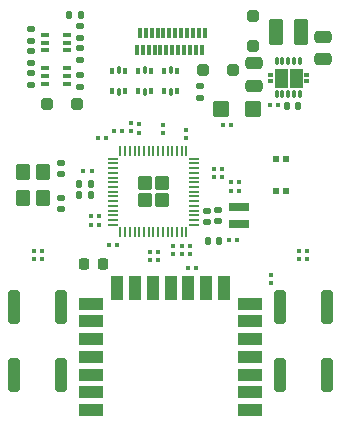
<source format=gbr>
%TF.GenerationSoftware,KiCad,Pcbnew,9.0.6-rc2*%
%TF.CreationDate,2026-01-29T22:58:21-08:00*%
%TF.ProjectId,hoja-dongle,686f6a61-2d64-46f6-9e67-6c652e6b6963,rev?*%
%TF.SameCoordinates,Original*%
%TF.FileFunction,Paste,Top*%
%TF.FilePolarity,Positive*%
%FSLAX46Y46*%
G04 Gerber Fmt 4.6, Leading zero omitted, Abs format (unit mm)*
G04 Created by KiCad (PCBNEW 9.0.6-rc2) date 2026-01-29 22:58:21*
%MOMM*%
%LPD*%
G01*
G04 APERTURE LIST*
G04 Aperture macros list*
%AMRoundRect*
0 Rectangle with rounded corners*
0 $1 Rounding radius*
0 $2 $3 $4 $5 $6 $7 $8 $9 X,Y pos of 4 corners*
0 Add a 4 corners polygon primitive as box body*
4,1,4,$2,$3,$4,$5,$6,$7,$8,$9,$2,$3,0*
0 Add four circle primitives for the rounded corners*
1,1,$1+$1,$2,$3*
1,1,$1+$1,$4,$5*
1,1,$1+$1,$6,$7*
1,1,$1+$1,$8,$9*
0 Add four rect primitives between the rounded corners*
20,1,$1+$1,$2,$3,$4,$5,0*
20,1,$1+$1,$4,$5,$6,$7,0*
20,1,$1+$1,$6,$7,$8,$9,0*
20,1,$1+$1,$8,$9,$2,$3,0*%
%AMFreePoly0*
4,1,18,-0.437500,0.050000,-0.433694,0.069134,-0.422855,0.085355,-0.406634,0.096194,-0.387500,0.100000,0.387500,0.100000,0.437500,0.050000,0.437500,-0.050000,0.433694,-0.069134,0.422855,-0.085355,0.406634,-0.096194,0.387500,-0.100000,-0.387500,-0.100000,-0.406634,-0.096194,-0.422855,-0.085355,-0.433694,-0.069134,-0.437500,-0.050000,-0.437500,0.050000,-0.437500,0.050000,$1*%
%AMFreePoly1*
4,1,18,-0.437500,0.050000,-0.433694,0.069134,-0.422855,0.085355,-0.406634,0.096194,-0.387500,0.100000,0.387500,0.100000,0.406634,0.096194,0.422855,0.085355,0.433694,0.069134,0.437500,0.050000,0.437500,-0.050000,0.387500,-0.100000,-0.387500,-0.100000,-0.406634,-0.096194,-0.422855,-0.085355,-0.433694,-0.069134,-0.437500,-0.050000,-0.437500,0.050000,-0.437500,0.050000,$1*%
%AMFreePoly2*
4,1,18,-0.100000,0.387500,-0.050000,0.437500,0.050000,0.437500,0.069134,0.433694,0.085355,0.422855,0.096194,0.406634,0.100000,0.387500,0.100000,-0.387500,0.096194,-0.406634,0.085355,-0.422855,0.069134,-0.433694,0.050000,-0.437500,-0.050000,-0.437500,-0.069134,-0.433694,-0.085355,-0.422855,-0.096194,-0.406634,-0.100000,-0.387500,-0.100000,0.387500,-0.100000,0.387500,$1*%
%AMFreePoly3*
4,1,18,-0.100000,0.387500,-0.096194,0.406634,-0.085355,0.422855,-0.069134,0.433694,-0.050000,0.437500,0.050000,0.437500,0.100000,0.387500,0.100000,-0.387500,0.096194,-0.406634,0.085355,-0.422855,0.069134,-0.433694,0.050000,-0.437500,-0.050000,-0.437500,-0.069134,-0.433694,-0.085355,-0.422855,-0.096194,-0.406634,-0.100000,-0.387500,-0.100000,0.387500,-0.100000,0.387500,$1*%
%AMFreePoly4*
4,1,18,-0.437500,0.050000,-0.433694,0.069134,-0.422855,0.085355,-0.406634,0.096194,-0.387500,0.100000,0.387500,0.100000,0.406634,0.096194,0.422855,0.085355,0.433694,0.069134,0.437500,0.050000,0.437500,-0.050000,0.433694,-0.069134,0.422855,-0.085355,0.406634,-0.096194,0.387500,-0.100000,-0.387500,-0.100000,-0.437500,-0.050000,-0.437500,0.050000,-0.437500,0.050000,$1*%
%AMFreePoly5*
4,1,18,-0.437500,0.050000,-0.387500,0.100000,0.387500,0.100000,0.406634,0.096194,0.422855,0.085355,0.433694,0.069134,0.437500,0.050000,0.437500,-0.050000,0.433694,-0.069134,0.422855,-0.085355,0.406634,-0.096194,0.387500,-0.100000,-0.387500,-0.100000,-0.406634,-0.096194,-0.422855,-0.085355,-0.433694,-0.069134,-0.437500,-0.050000,-0.437500,0.050000,-0.437500,0.050000,$1*%
%AMFreePoly6*
4,1,18,-0.100000,0.387500,-0.096194,0.406634,-0.085355,0.422855,-0.069134,0.433694,-0.050000,0.437500,0.050000,0.437500,0.069134,0.433694,0.085355,0.422855,0.096194,0.406634,0.100000,0.387500,0.100000,-0.387500,0.050000,-0.437500,-0.050000,-0.437500,-0.069134,-0.433694,-0.085355,-0.422855,-0.096194,-0.406634,-0.100000,-0.387500,-0.100000,0.387500,-0.100000,0.387500,$1*%
%AMFreePoly7*
4,1,18,-0.100000,0.387500,-0.096194,0.406634,-0.085355,0.422855,-0.069134,0.433694,-0.050000,0.437500,0.050000,0.437500,0.069134,0.433694,0.085355,0.422855,0.096194,0.406634,0.100000,0.387500,0.100000,-0.387500,0.096194,-0.406634,0.085355,-0.422855,0.069134,-0.433694,0.050000,-0.437500,-0.050000,-0.437500,-0.100000,-0.387500,-0.100000,0.387500,-0.100000,0.387500,$1*%
G04 Aperture macros list end*
%ADD10C,0.010000*%
%ADD11RoundRect,0.079500X0.079500X0.100500X-0.079500X0.100500X-0.079500X-0.100500X0.079500X-0.100500X0*%
%ADD12RoundRect,0.079500X0.100500X-0.079500X0.100500X0.079500X-0.100500X0.079500X-0.100500X-0.079500X0*%
%ADD13R,2.000000X1.000000*%
%ADD14R,1.000000X2.000000*%
%ADD15RoundRect,0.079500X-0.079500X-0.100500X0.079500X-0.100500X0.079500X0.100500X-0.079500X0.100500X0*%
%ADD16RoundRect,0.093750X-0.093750X0.156250X-0.093750X-0.156250X0.093750X-0.156250X0.093750X0.156250X0*%
%ADD17RoundRect,0.075000X-0.075000X0.250000X-0.075000X-0.250000X0.075000X-0.250000X0.075000X0.250000X0*%
%ADD18RoundRect,0.140000X0.140000X0.170000X-0.140000X0.170000X-0.140000X-0.170000X0.140000X-0.170000X0*%
%ADD19RoundRect,0.250000X0.250000X0.250000X-0.250000X0.250000X-0.250000X-0.250000X0.250000X-0.250000X0*%
%ADD20RoundRect,0.140000X-0.170000X0.140000X-0.170000X-0.140000X0.170000X-0.140000X0.170000X0.140000X0*%
%ADD21RoundRect,0.250000X-0.350000X0.450000X-0.350000X-0.450000X0.350000X-0.450000X0.350000X0.450000X0*%
%ADD22RoundRect,0.135000X-0.185000X0.135000X-0.185000X-0.135000X0.185000X-0.135000X0.185000X0.135000X0*%
%ADD23RoundRect,0.135000X-0.135000X-0.185000X0.135000X-0.185000X0.135000X0.185000X-0.135000X0.185000X0*%
%ADD24RoundRect,0.079500X-0.100500X0.079500X-0.100500X-0.079500X0.100500X-0.079500X0.100500X0.079500X0*%
%ADD25RoundRect,0.135000X0.185000X-0.135000X0.185000X0.135000X-0.185000X0.135000X-0.185000X-0.135000X0*%
%ADD26R,1.700000X0.700000*%
%ADD27RoundRect,0.250000X-0.457500X-0.445000X0.457500X-0.445000X0.457500X0.445000X-0.457500X0.445000X0*%
%ADD28R,0.370000X0.370000*%
%ADD29RoundRect,0.250000X0.475000X-0.250000X0.475000X0.250000X-0.475000X0.250000X-0.475000X-0.250000X0*%
%ADD30RoundRect,0.250000X-0.350000X0.350000X-0.350000X-0.350000X0.350000X-0.350000X0.350000X0.350000X0*%
%ADD31FreePoly0,270.000000*%
%ADD32RoundRect,0.050000X-0.050000X0.387500X-0.050000X-0.387500X0.050000X-0.387500X0.050000X0.387500X0*%
%ADD33FreePoly1,270.000000*%
%ADD34FreePoly2,270.000000*%
%ADD35RoundRect,0.050000X-0.387500X0.050000X-0.387500X-0.050000X0.387500X-0.050000X0.387500X0.050000X0*%
%ADD36FreePoly3,270.000000*%
%ADD37FreePoly4,270.000000*%
%ADD38FreePoly5,270.000000*%
%ADD39FreePoly6,270.000000*%
%ADD40FreePoly7,270.000000*%
%ADD41RoundRect,0.135000X0.135000X0.185000X-0.135000X0.185000X-0.135000X-0.185000X0.135000X-0.185000X0*%
%ADD42RoundRect,0.100000X-0.225000X-0.100000X0.225000X-0.100000X0.225000X0.100000X-0.225000X0.100000X0*%
%ADD43RoundRect,0.250000X0.250000X-0.250000X0.250000X0.250000X-0.250000X0.250000X-0.250000X-0.250000X0*%
%ADD44RoundRect,0.250000X-0.375000X-0.850000X0.375000X-0.850000X0.375000X0.850000X-0.375000X0.850000X0*%
%ADD45RoundRect,0.150000X0.350000X-1.250000X0.350000X1.250000X-0.350000X1.250000X-0.350000X-1.250000X0*%
%ADD46RoundRect,0.150000X-0.350000X1.250000X-0.350000X-1.250000X0.350000X-1.250000X0.350000X1.250000X0*%
%ADD47R,0.300000X0.850000*%
%ADD48RoundRect,0.218750X-0.218750X-0.256250X0.218750X-0.256250X0.218750X0.256250X-0.218750X0.256250X0*%
%ADD49RoundRect,0.140000X0.170000X-0.140000X0.170000X0.140000X-0.170000X0.140000X-0.170000X-0.140000X0*%
%ADD50R,0.500000X0.550000*%
%ADD51RoundRect,0.093750X0.093750X-0.156250X0.093750X0.156250X-0.093750X0.156250X-0.093750X-0.156250X0*%
%ADD52RoundRect,0.075000X0.075000X-0.250000X0.075000X0.250000X-0.075000X0.250000X-0.075000X-0.250000X0*%
%ADD53RoundRect,0.007200X-0.112800X0.292800X-0.112800X-0.292800X0.112800X-0.292800X0.112800X0.292800X0*%
G04 APERTURE END LIST*
D10*
%TO.C,U4*%
X123517499Y-35325000D02*
X123517499Y-35575000D01*
X123177499Y-35575000D01*
X123177499Y-35324999D01*
X123517499Y-35325000D01*
G36*
X123517499Y-35325000D02*
G01*
X123517499Y-35575000D01*
X123177499Y-35575000D01*
X123177499Y-35324999D01*
X123517499Y-35325000D01*
G37*
X123517499Y-36075000D02*
X123177499Y-36075001D01*
X123177499Y-35825000D01*
X123517499Y-35825000D01*
X123517499Y-36075000D01*
G36*
X123517499Y-36075000D02*
G01*
X123177499Y-36075001D01*
X123177499Y-35825000D01*
X123517499Y-35825000D01*
X123517499Y-36075000D01*
G37*
X124777499Y-36450000D02*
X123717499Y-36450000D01*
X123717499Y-34950000D01*
X124777499Y-34950000D01*
X124777499Y-36450000D01*
G36*
X124777499Y-36450000D02*
G01*
X123717499Y-36450000D01*
X123717499Y-34950000D01*
X124777499Y-34950000D01*
X124777499Y-36450000D01*
G37*
X126037499Y-36450000D02*
X124977499Y-36450000D01*
X124977499Y-34950000D01*
X126037499Y-34950000D01*
X126037499Y-36450000D01*
G36*
X126037499Y-36450000D02*
G01*
X124977499Y-36450000D01*
X124977499Y-34950000D01*
X126037499Y-34950000D01*
X126037499Y-36450000D01*
G37*
X126577499Y-35575000D02*
X126237499Y-35575000D01*
X126237499Y-35325000D01*
X126577499Y-35324999D01*
X126577499Y-35575000D01*
G36*
X126577499Y-35575000D02*
G01*
X126237499Y-35575000D01*
X126237499Y-35325000D01*
X126577499Y-35324999D01*
X126577499Y-35575000D01*
G37*
X126577499Y-36075001D02*
X126237499Y-36075000D01*
X126237499Y-35825000D01*
X126577499Y-35825000D01*
X126577499Y-36075001D01*
G36*
X126577499Y-36075001D02*
G01*
X126237499Y-36075000D01*
X126237499Y-35825000D01*
X126577499Y-35825000D01*
X126577499Y-36075001D01*
G37*
%TD*%
D11*
%TO.C,R13*%
X120050000Y-39740000D03*
X119360000Y-39740000D03*
%TD*%
D12*
%TO.C,C12*%
X114250000Y-40365000D03*
X114250000Y-39675000D03*
%TD*%
D13*
%TO.C,P1*%
X121650000Y-63835000D03*
X121650000Y-62335000D03*
X121650000Y-60835000D03*
X121650000Y-59335000D03*
X121650000Y-57835000D03*
X121650000Y-56335000D03*
X121650000Y-54835000D03*
D14*
X119400000Y-53535000D03*
X117900000Y-53535000D03*
X116400000Y-53535000D03*
X114900000Y-53534999D03*
X113400000Y-53535000D03*
X111900000Y-53535000D03*
X110400000Y-53535000D03*
D13*
X108150000Y-54835000D03*
X108150000Y-56335000D03*
X108150000Y-57835000D03*
X108150000Y-59335000D03*
X108150000Y-60835000D03*
X108150000Y-62335000D03*
X108150000Y-63835000D03*
%TD*%
D15*
%TO.C,C13*%
X118545000Y-44110000D03*
X119235000Y-44110000D03*
%TD*%
D11*
%TO.C,R7*%
X108885000Y-47430000D03*
X108195000Y-47430000D03*
%TD*%
D16*
%TO.C,U3*%
X111042501Y-35150000D03*
D17*
X110505001Y-35075000D03*
D16*
X109967501Y-35150000D03*
X109967501Y-36850000D03*
D17*
X110505001Y-36925000D03*
D16*
X111042501Y-36850000D03*
%TD*%
D11*
%TO.C,R15*%
X110375000Y-49880000D03*
X109685000Y-49880000D03*
%TD*%
D18*
%TO.C,C10*%
X108140000Y-45600000D03*
X107180000Y-45600000D03*
%TD*%
D19*
%TO.C,D1*%
X120167499Y-35020000D03*
X117667501Y-35020000D03*
%TD*%
D20*
%TO.C,C5*%
X118030000Y-46970000D03*
X118030000Y-47930000D03*
%TD*%
D21*
%TO.C,Y1*%
X102390000Y-43670000D03*
X102390000Y-45870000D03*
X104090000Y-45870000D03*
X104090000Y-43670000D03*
%TD*%
D11*
%TO.C,R17*%
X120695000Y-44570000D03*
X120005000Y-44570000D03*
%TD*%
D22*
%TO.C,R6*%
X107249999Y-33160002D03*
X107249999Y-34180000D03*
%TD*%
D23*
%TO.C,R9*%
X106280000Y-30390000D03*
X107300000Y-30390000D03*
%TD*%
D11*
%TO.C,C19*%
X108215000Y-43570000D03*
X107525000Y-43570000D03*
%TD*%
D24*
%TO.C,C8*%
X113850001Y-50455000D03*
X113850001Y-51145000D03*
%TD*%
D12*
%TO.C,C18*%
X116250000Y-40805000D03*
X116250000Y-40115000D03*
%TD*%
D25*
%TO.C,R3*%
X103110000Y-34429999D03*
X103110000Y-33410001D03*
%TD*%
D24*
%TO.C,C14*%
X113150000Y-50455000D03*
X113150000Y-51145000D03*
%TD*%
D26*
%TO.C,L4*%
X120660000Y-46660000D03*
X120660000Y-48060000D03*
%TD*%
D27*
%TO.C,C3*%
X119157499Y-38330000D03*
X121862499Y-38330000D03*
%TD*%
D28*
%TO.C,L1*%
X103315000Y-51085000D03*
X103985000Y-51085000D03*
X103985000Y-50415000D03*
X103315000Y-50415000D03*
%TD*%
D25*
%TO.C,R2*%
X103110000Y-32569999D03*
X103110000Y-31550001D03*
%TD*%
%TO.C,R5*%
X107250000Y-32320000D03*
X107250000Y-31300002D03*
%TD*%
D29*
%TO.C,C4*%
X121937499Y-36399998D03*
X121937499Y-34500000D03*
%TD*%
D11*
%TO.C,R18*%
X120695000Y-45270000D03*
X120005000Y-45270000D03*
%TD*%
D30*
%TO.C,U5*%
X114149999Y-44655000D03*
X112749999Y-44655000D03*
X114149999Y-46055000D03*
X112749999Y-46055000D03*
D31*
X116249999Y-41917499D03*
D32*
X115849999Y-41917500D03*
X115449999Y-41917500D03*
X115049999Y-41917500D03*
X114650000Y-41917500D03*
X114249999Y-41917500D03*
X113849999Y-41917500D03*
X113449999Y-41917499D03*
X113049999Y-41917500D03*
X112649999Y-41917500D03*
X112249998Y-41917500D03*
X111849999Y-41917500D03*
X111449999Y-41917500D03*
X111049999Y-41917500D03*
D33*
X110649999Y-41917499D03*
D34*
X110012498Y-42555000D03*
D35*
X110012499Y-42955000D03*
X110012499Y-43355000D03*
X110012499Y-43755000D03*
X110012499Y-44154999D03*
X110012499Y-44555000D03*
X110012499Y-44955000D03*
X110012498Y-45355000D03*
X110012499Y-45755000D03*
X110012499Y-46155000D03*
X110012499Y-46555001D03*
X110012499Y-46955000D03*
X110012499Y-47355000D03*
X110012499Y-47755000D03*
D36*
X110012498Y-48155000D03*
D37*
X110649999Y-48792501D03*
D32*
X111049999Y-48792500D03*
X111449999Y-48792500D03*
X111849999Y-48792500D03*
X112249998Y-48792500D03*
X112649999Y-48792500D03*
X113049999Y-48792500D03*
X113449999Y-48792501D03*
X113849999Y-48792500D03*
X114249999Y-48792500D03*
X114650000Y-48792500D03*
X115049999Y-48792500D03*
X115449999Y-48792500D03*
X115849999Y-48792500D03*
D38*
X116249999Y-48792501D03*
D39*
X116887500Y-48155000D03*
D35*
X116887499Y-47755000D03*
X116887499Y-47355000D03*
X116887499Y-46955000D03*
X116887499Y-46555001D03*
X116887499Y-46155000D03*
X116887499Y-45755000D03*
X116887500Y-45355000D03*
X116887499Y-44955000D03*
X116887499Y-44555000D03*
X116887499Y-44154999D03*
X116887499Y-43755000D03*
X116887499Y-43355000D03*
X116887499Y-42955000D03*
D40*
X116887500Y-42555000D03*
%TD*%
D15*
%TO.C,R11*%
X123282499Y-38000000D03*
X123972499Y-38000000D03*
%TD*%
D29*
%TO.C,C11*%
X127817499Y-34129999D03*
X127817499Y-32230001D03*
%TD*%
D15*
%TO.C,C21*%
X118540000Y-43400000D03*
X119230000Y-43400000D03*
%TD*%
D41*
%TO.C,R10*%
X108149999Y-44670000D03*
X107130001Y-44670000D03*
%TD*%
D15*
%TO.C,R14*%
X116365000Y-51780000D03*
X117055000Y-51780000D03*
%TD*%
D42*
%TO.C,Q1*%
X104230000Y-34900000D03*
X104230001Y-35550000D03*
X104230000Y-36200000D03*
X106130000Y-36200000D03*
X106129999Y-35550000D03*
X106130000Y-34900000D03*
%TD*%
D18*
%TO.C,C9*%
X119010000Y-49550000D03*
X118050000Y-49550000D03*
%TD*%
D25*
%TO.C,R8*%
X117380000Y-37409999D03*
X117380000Y-36390001D03*
%TD*%
D43*
%TO.C,D3*%
X121907499Y-33000000D03*
X121907499Y-30500002D03*
%TD*%
D24*
%TO.C,C17*%
X115850000Y-49955000D03*
X115850000Y-50645000D03*
%TD*%
D11*
%TO.C,R19*%
X110825000Y-40240000D03*
X110135000Y-40240000D03*
%TD*%
D42*
%TO.C,Q2*%
X104230000Y-32100000D03*
X104230001Y-32750000D03*
X104230000Y-33400000D03*
X106130000Y-33400000D03*
X106129999Y-32750000D03*
X106130000Y-32100000D03*
%TD*%
D44*
%TO.C,L3*%
X123802499Y-31850000D03*
X125952499Y-31850000D03*
%TD*%
D11*
%TO.C,C16*%
X108885001Y-48150000D03*
X108195001Y-48150000D03*
%TD*%
D45*
%TO.C,SW3*%
X124150000Y-60900000D03*
X124150000Y-55100000D03*
X128150000Y-60900000D03*
X128150000Y-55100000D03*
%TD*%
D46*
%TO.C,SW2*%
X105650000Y-55100000D03*
X105650000Y-60900000D03*
X101650000Y-55100000D03*
X101650000Y-60900000D03*
%TD*%
D47*
%TO.C,J2*%
X117550000Y-33345000D03*
X117049999Y-33345000D03*
X116550000Y-33345000D03*
X116050001Y-33345000D03*
X115550000Y-33345000D03*
X115050000Y-33345000D03*
X114550000Y-33345001D03*
X114050000Y-33345000D03*
X113550001Y-33345000D03*
X113050000Y-33345000D03*
X112550000Y-33345000D03*
X112050000Y-33345001D03*
X112300000Y-31945000D03*
X112800000Y-31945000D03*
X113300000Y-31945001D03*
X113800000Y-31945000D03*
X114300000Y-31945000D03*
X114800001Y-31945000D03*
X115300000Y-31945000D03*
X115799999Y-31945000D03*
X116300000Y-31945000D03*
X116800000Y-31945000D03*
X117300000Y-31945001D03*
X117800000Y-31945000D03*
%TD*%
D48*
%TO.C,L5*%
X107592500Y-51460000D03*
X109167500Y-51460000D03*
%TD*%
D11*
%TO.C,R21*%
X109415000Y-40820000D03*
X108725000Y-40820000D03*
%TD*%
D22*
%TO.C,R1*%
X103110000Y-35270001D03*
X103110000Y-36289999D03*
%TD*%
D20*
%TO.C,C7*%
X118950000Y-46880000D03*
X118950000Y-47840000D03*
%TD*%
D22*
%TO.C,R4*%
X107249999Y-35500001D03*
X107249999Y-36519999D03*
%TD*%
D12*
%TO.C,C15*%
X112240000Y-40355000D03*
X112240000Y-39665000D03*
%TD*%
D49*
%TO.C,C1*%
X105640000Y-43850001D03*
X105640000Y-42890001D03*
%TD*%
D12*
%TO.C,R20*%
X111530000Y-40235000D03*
X111530000Y-39545000D03*
%TD*%
D18*
%TO.C,C6*%
X125717499Y-38110000D03*
X124757499Y-38110000D03*
%TD*%
D50*
%TO.C,SW1*%
X123850000Y-45275000D03*
X124650000Y-45275000D03*
X123850000Y-42625000D03*
X124650000Y-42625000D03*
%TD*%
D28*
%TO.C,L2*%
X125815000Y-51085000D03*
X126485000Y-51085000D03*
X126485000Y-50415000D03*
X125815000Y-50415000D03*
%TD*%
D16*
%TO.C,U1*%
X115457500Y-35150000D03*
D17*
X114920000Y-35075000D03*
D16*
X114382500Y-35150000D03*
X114382500Y-36850000D03*
D17*
X114920000Y-36925000D03*
D16*
X115457500Y-36850000D03*
%TD*%
D19*
%TO.C,D2*%
X106969999Y-37920000D03*
X104470001Y-37920000D03*
%TD*%
D24*
%TO.C,C20*%
X116550000Y-49955001D03*
X116550000Y-50645001D03*
%TD*%
D11*
%TO.C,R12*%
X120505000Y-49440000D03*
X119815000Y-49440000D03*
%TD*%
D51*
%TO.C,U2*%
X112180000Y-36850000D03*
D52*
X112717500Y-36925000D03*
D51*
X113255000Y-36850000D03*
X113255000Y-35150000D03*
D52*
X112717500Y-35075000D03*
D51*
X112180000Y-35150000D03*
%TD*%
D24*
%TO.C,R16*%
X115140000Y-49955000D03*
X115140000Y-50645000D03*
%TD*%
D53*
%TO.C,U4*%
X125877499Y-34300000D03*
X125377499Y-34300000D03*
X124877499Y-34300001D03*
X124377499Y-34300000D03*
X123877499Y-34300000D03*
X123877499Y-37100000D03*
X124377499Y-37100000D03*
X124877499Y-37099999D03*
X125377499Y-37100000D03*
X125877499Y-37100000D03*
%TD*%
D12*
%TO.C,R22*%
X123380000Y-53095000D03*
X123380000Y-52405000D03*
%TD*%
D20*
%TO.C,C2*%
X105640000Y-45880000D03*
X105640000Y-46840000D03*
%TD*%
M02*

</source>
